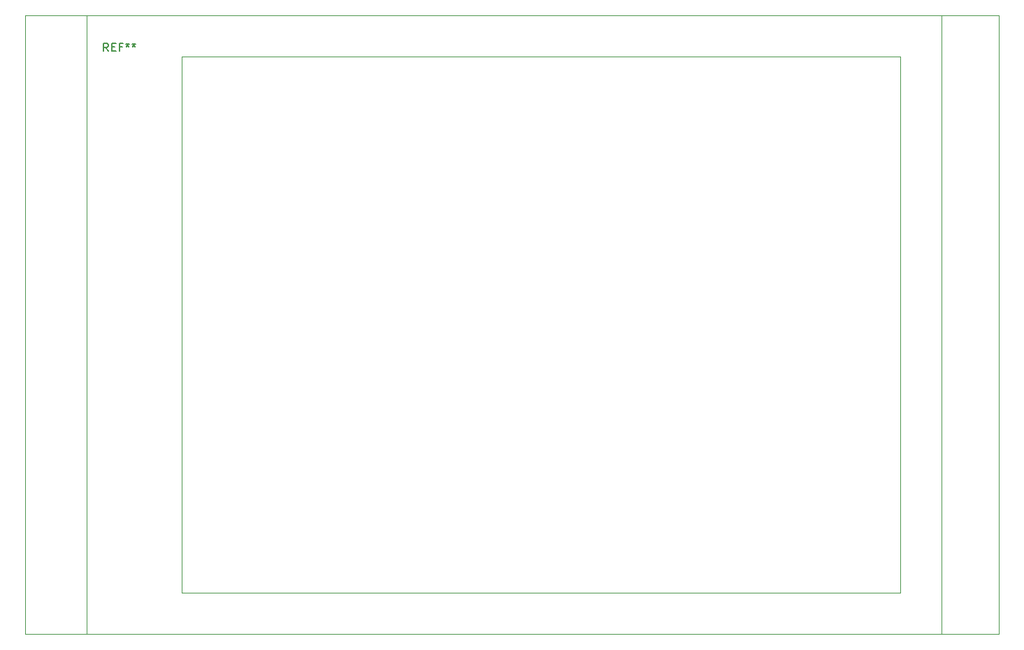
<source format=gbr>
%TF.GenerationSoftware,KiCad,Pcbnew,(5.1.9)-1*%
%TF.CreationDate,2021-03-08T13:05:13-05:00*%
%TF.ProjectId,eInk-picture-frame,65496e6b-2d70-4696-9374-7572652d6672,rev?*%
%TF.SameCoordinates,Original*%
%TF.FileFunction,Legend,Top*%
%TF.FilePolarity,Positive*%
%FSLAX46Y46*%
G04 Gerber Fmt 4.6, Leading zero omitted, Abs format (unit mm)*
G04 Created by KiCad (PCBNEW (5.1.9)-1) date 2021-03-08 13:05:13*
%MOMM*%
%LPD*%
G01*
G04 APERTURE LIST*
%ADD10C,0.120000*%
%ADD11C,0.150000*%
G04 APERTURE END LIST*
D10*
%TO.C,REF\u002A\u002A*%
X82550000Y-128270000D02*
X200550000Y-128270000D01*
X82550000Y-128270000D02*
X82550000Y-53270000D01*
X82550000Y-53270000D02*
X200550000Y-53270000D01*
X200550000Y-128270000D02*
X200550000Y-53270000D01*
X90050000Y-53270000D02*
X90050000Y-128270000D01*
X193550000Y-53270000D02*
X193550000Y-128270000D01*
X101550000Y-123270000D02*
X188550000Y-123270000D01*
X101550000Y-123270000D02*
X101550000Y-58270000D01*
X101550000Y-58270000D02*
X188550000Y-58270000D01*
X188550000Y-123270000D02*
X188550000Y-58270000D01*
D11*
X92646666Y-57602380D02*
X92313333Y-57126190D01*
X92075238Y-57602380D02*
X92075238Y-56602380D01*
X92456190Y-56602380D01*
X92551428Y-56650000D01*
X92599047Y-56697619D01*
X92646666Y-56792857D01*
X92646666Y-56935714D01*
X92599047Y-57030952D01*
X92551428Y-57078571D01*
X92456190Y-57126190D01*
X92075238Y-57126190D01*
X93075238Y-57078571D02*
X93408571Y-57078571D01*
X93551428Y-57602380D02*
X93075238Y-57602380D01*
X93075238Y-56602380D01*
X93551428Y-56602380D01*
X94313333Y-57078571D02*
X93980000Y-57078571D01*
X93980000Y-57602380D02*
X93980000Y-56602380D01*
X94456190Y-56602380D01*
X94980000Y-56602380D02*
X94980000Y-56840476D01*
X94741904Y-56745238D02*
X94980000Y-56840476D01*
X95218095Y-56745238D01*
X94837142Y-57030952D02*
X94980000Y-56840476D01*
X95122857Y-57030952D01*
X95741904Y-56602380D02*
X95741904Y-56840476D01*
X95503809Y-56745238D02*
X95741904Y-56840476D01*
X95980000Y-56745238D01*
X95599047Y-57030952D02*
X95741904Y-56840476D01*
X95884761Y-57030952D01*
%TD*%
M02*

</source>
